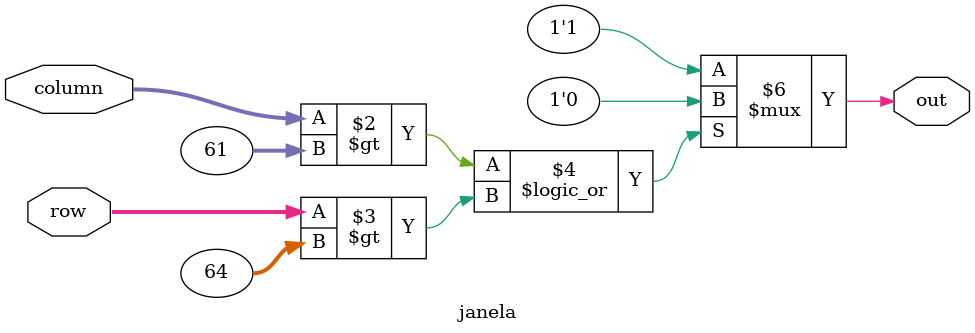
<source format=v>
module janela(column, row, out);
    input [9:0] column;
    input [9:0] row;
    output reg out;

    always @(column or row) begin
        if (column > 'd61 || row > 'd64) 
            out = 0;
        else 
            out = 1;
    end

endmodule
</source>
